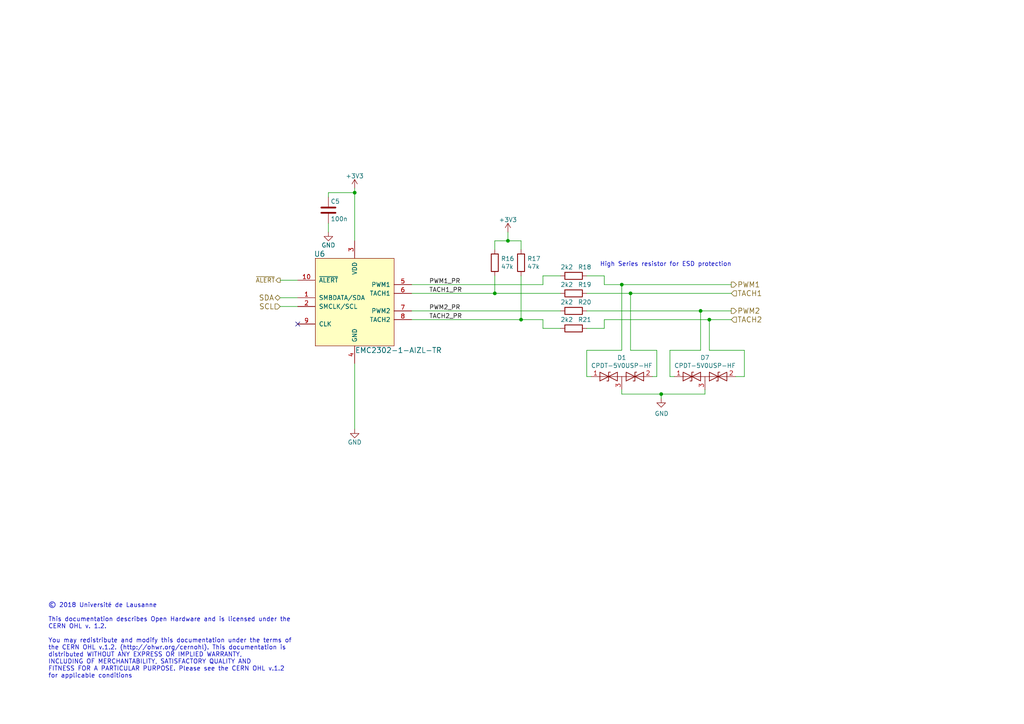
<source format=kicad_sch>
(kicad_sch (version 20231120) (generator "eeschema") (generator_version "8.0")
  (paper "A4")
  (title_block (title "4 Wire PC FAN Controller") (date "06/11/2018") (rev "B") (company "Université de Lausanne") (comment 1 "Author: Alexandre Tuleu") (comment 2 "Licensed under the CERN OHL v1.2"))
  (lib_symbols
    (symbol "Device:C" (pin_numbers hide) (pin_names (offset 0.254))
      (property "Reference" "C" (at 0.635 2.54 0))
      (property "Value" "C" (at 0.635 -2.54 0))
      (symbol "C_0_1"
        (polyline (pts (xy -2.032 -0.762) (xy 2.032 -0.762)) (stroke (width 0.508)))
        (polyline (pts (xy -2.032 0.762) (xy 2.032 0.762)) (stroke (width 0.508)))
      )
      (symbol "C_1_1"
        (pin passive line (at 0 3.81 270) (length 2.794) (name "~") (number "1"))
        (pin passive line (at 0 -3.81 90) (length 2.794) (name "~") (number "2"))
      )
    )
    (symbol "Device:R" (pin_numbers hide) (pin_names (offset 0))
      (property "Reference" "R" (at 2.032 0 90))
      (property "Value" "R" (at 0 0 90))
      (symbol "R_0_1"
        (rectangle (start -1.016 -2.54) (end 1.016 2.54) (stroke (width 0.254)))
      )
      (symbol "R_1_1"
        (pin passive line (at 0 3.81 270) (length 1.27) (name "~") (number "1"))
        (pin passive line (at 0 -3.81 90) (length 1.27) (name "~") (number "2"))
      )
    )
    (symbol "celaeno-rescue:+3.3V-power" (power) (pin_names (offset 0))
      (property "Value" "power_+3.3V" (at 0 3.556 0))
      (symbol "+3.3V-power_0_1"
        (polyline (pts (xy -0.762 1.27) (xy 0 2.54)))
        (polyline (pts (xy 0 0) (xy 0 2.54)))
        (polyline (pts (xy 0 2.54) (xy 0.762 1.27)))
      )
      (symbol "+3.3V-power_1_1"
        (pin power_in line (at 0 0 90) (length 0) hide (name "+3V3") (number "1"))
      )
    )
    (symbol "celaeno-rescue:D_TVS_x2_AAC-Device" (pin_names (offset 1.016) hide)
      (property "Reference" "D" (at 0 4.445 0))
      (property "Value" "Device_D_TVS_x2_AAC" (at 0 2.54 0))
      (symbol "D_TVS_x2_AAC-Device_0_0"
        (polyline (pts (xy 0 -1.27) (xy 0 0)))
      )
      (symbol "D_TVS_x2_AAC-Device_0_1"
        (polyline (pts (xy -6.35 0) (xy 6.35 0)))
        (polyline (pts (xy -3.302 1.27) (xy -3.81 1.27) (xy -3.81 -1.27) (xy -4.318 -1.27)) (stroke (width 0.2032)))
        (polyline (pts (xy 4.318 1.27) (xy 3.81 1.27) (xy 3.81 -1.27) (xy 3.302 -1.27)) (stroke (width 0.2032)))
        (polyline (pts (xy -6.35 -1.27) (xy -1.27 1.27) (xy -1.27 -1.27) (xy -6.35 1.27) (xy -6.35 -1.27)) (stroke (width 0.2032)))
        (polyline (pts (xy 1.27 -1.27) (xy 1.27 1.27) (xy 6.35 -1.27) (xy 6.35 1.27) (xy 1.27 -1.27)) (stroke (width 0.2032)))
      )
      (symbol "D_TVS_x2_AAC-Device_1_1"
        (pin passive line (at -8.89 0 0) (length 2.54) (name "A1") (number "1"))
        (pin passive line (at 8.89 0 180) (length 2.54) (name "A2") (number "2"))
        (pin input line (at 0 -3.81 90) (length 2.54) (name "common") (number "3"))
      )
    )
    (symbol "celaeno-rescue:GND-power" (power) (pin_names (offset 0))
      (property "Value" "power_GND" (at 0 -3.81 0))
      (symbol "GND-power_0_1"
        (polyline (pts (xy 0 0) (xy 0 -1.27) (xy 1.27 -1.27) (xy 0 -2.54) (xy -1.27 -1.27) (xy 0 -1.27)))
      )
      (symbol "GND-power_1_1"
        (pin power_in line (at 0 0 270) (length 0) hide (name "GND") (number "1"))
      )
    )
    (symbol "fort:EMC2302-1-AIZL-TR" (pin_names (offset 1.016))
      (property "Reference" "U" (at -10.16 13.97 0))
      (property "Value" "EMC2302-1-AIZL-TR" (at 12.7 -13.97 0))
      (symbol "EMC2302-1-AIZL-TR_0_1"
        (rectangle (start -11.43 12.7) (end 11.43 -12.7) (fill (type background)))
      )
      (symbol "EMC2302-1-AIZL-TR_1_1"
        (pin bidirectional line (at -16.51 1.27 0) (length 5.08) (name "SMBDATA/SDA") (number "1"))
        (pin bidirectional line (at -16.51 6.35 0) (length 5.08) (name "~{ALERT}") (number "10"))
        (pin input line (at -16.51 -1.27 0) (length 5.08) (name "SMCLK/SCL") (number "2"))
        (pin power_in line (at 0 17.78 270) (length 5.08) (name "VDD") (number "3"))
        (pin power_in line (at 0 -17.78 90) (length 5.08) (name "GND") (number "4"))
        (pin open_collector line (at 16.51 5.08 180) (length 5.08) (name "PWM1") (number "5"))
        (pin open_collector line (at 16.51 2.54 180) (length 5.08) (name "TACH1") (number "6"))
        (pin open_collector line (at 16.51 -2.54 180) (length 5.08) (name "PWM2") (number "7"))
        (pin open_collector line (at 16.51 -5.08 180) (length 5.08) (name "TACH2") (number "8"))
        (pin bidirectional line (at -16.51 -6.35 0) (length 5.08) (name "CLK") (number "9"))
      )
    )
  )
  (junction (at 203.2 90.17))
  (junction (at 180.34 82.55))
  (junction (at 182.88 85.09))
  (junction (at 151.13 92.71))
  (junction (at 143.51 85.09))
  (junction (at 205.74 92.71))
  (junction (at 102.87 55.88))
  (junction (at 147.32 69.85))
  (junction (at 191.77 114.3))
  (no_connect (at 86.36 93.98))
  (wire (pts (xy 171.45 109.22) (xy 170.18 109.22)))
  (wire (pts (xy 180.34 82.55) (xy 212.09 82.55)))
  (wire (pts (xy 102.87 55.88) (xy 102.87 69.85)))
  (wire (pts (xy 190.5 109.22) (xy 190.5 101.6)))
  (wire (pts (xy 182.88 101.6) (xy 182.88 85.09)))
  (wire (pts (xy 119.38 82.55) (xy 157.48 82.55)))
  (wire (pts (xy 170.18 101.6) (xy 180.34 101.6)))
  (wire (pts (xy 195.58 109.22) (xy 194.31 109.22)))
  (wire (pts (xy 157.48 95.25) (xy 157.48 92.71)))
  (wire (pts (xy 190.5 101.6) (xy 182.88 101.6)))
  (wire (pts (xy 215.9 101.6) (xy 205.74 101.6)))
  (wire (pts (xy 119.38 90.17) (xy 162.56 90.17)))
  (wire (pts (xy 143.51 80.01) (xy 143.51 85.09)))
  (wire (pts (xy 175.26 92.71) (xy 175.26 95.25)))
  (wire (pts (xy 151.13 80.01) (xy 151.13 92.71)))
  (wire (pts (xy 205.74 92.71) (xy 175.26 92.71)))
  (wire (pts (xy 95.25 55.88) (xy 102.87 55.88)))
  (wire (pts (xy 81.28 86.36) (xy 86.36 86.36)))
  (wire (pts (xy 191.77 114.3) (xy 180.34 114.3)))
  (wire (pts (xy 143.51 72.39) (xy 143.51 69.85)))
  (wire (pts (xy 204.47 114.3) (xy 204.47 113.03)))
  (wire (pts (xy 81.28 88.9) (xy 86.36 88.9)))
  (wire (pts (xy 191.77 114.3) (xy 204.47 114.3)))
  (wire (pts (xy 162.56 95.25) (xy 157.48 95.25)))
  (wire (pts (xy 170.18 80.01) (xy 175.26 80.01)))
  (wire (pts (xy 147.32 67.31) (xy 147.32 69.85)))
  (wire (pts (xy 189.23 109.22) (xy 190.5 109.22)))
  (wire (pts (xy 215.9 109.22) (xy 215.9 101.6)))
  (wire (pts (xy 143.51 69.85) (xy 147.32 69.85)))
  (wire (pts (xy 102.87 54.61) (xy 102.87 55.88)))
  (wire (pts (xy 180.34 114.3) (xy 180.34 113.03)))
  (wire (pts (xy 119.38 85.09) (xy 143.51 85.09)))
  (wire (pts (xy 143.51 85.09) (xy 162.56 85.09)))
  (wire (pts (xy 194.31 101.6) (xy 203.2 101.6)))
  (wire (pts (xy 151.13 72.39) (xy 151.13 69.85)))
  (wire (pts (xy 175.26 95.25) (xy 170.18 95.25)))
  (wire (pts (xy 170.18 109.22) (xy 170.18 101.6)))
  (wire (pts (xy 95.25 57.15) (xy 95.25 55.88)))
  (wire (pts (xy 194.31 109.22) (xy 194.31 101.6)))
  (wire (pts (xy 157.48 92.71) (xy 151.13 92.71)))
  (wire (pts (xy 157.48 82.55) (xy 157.48 80.01)))
  (wire (pts (xy 213.36 109.22) (xy 215.9 109.22)))
  (wire (pts (xy 182.88 85.09) (xy 212.09 85.09)))
  (wire (pts (xy 175.26 80.01) (xy 175.26 82.55)))
  (wire (pts (xy 205.74 92.71) (xy 212.09 92.71)))
  (wire (pts (xy 205.74 101.6) (xy 205.74 92.71)))
  (wire (pts (xy 102.87 105.41) (xy 102.87 124.46)))
  (wire (pts (xy 157.48 80.01) (xy 162.56 80.01)))
  (wire (pts (xy 175.26 82.55) (xy 180.34 82.55)))
  (wire (pts (xy 81.28 81.28) (xy 86.36 81.28)))
  (wire (pts (xy 95.25 67.31) (xy 95.25 64.77)))
  (wire (pts (xy 147.32 69.85) (xy 151.13 69.85)))
  (wire (pts (xy 191.77 115.57) (xy 191.77 114.3)))
  (wire (pts (xy 180.34 101.6) (xy 180.34 82.55)))
  (wire (pts (xy 170.18 85.09) (xy 182.88 85.09)))
  (wire (pts (xy 170.18 90.17) (xy 203.2 90.17)))
  (wire (pts (xy 203.2 90.17) (xy 212.09 90.17)))
  (wire (pts (xy 203.2 101.6) (xy 203.2 90.17)))
  (wire (pts (xy 151.13 92.71) (xy 119.38 92.71)))
  (text "© 2018 Université de Lausanne\n\nThis documentation describes Open Hardware and is licensed under the\nCERN OHL v. 1.2.\n\nYou may redistribute and modify this documentation under the terms of\nthe CERN OHL v.1.2. (http://ohwr.org/cernohl). This documentation is\ndistributed WITHOUT ANY EXPRESS OR IMPLIED WARRANTY,\nINCLUDING OF MERCHANTABILITY, SATISFACTORY QUALITY AND\nFITNESS FOR A PARTICULAR PURPOSE. Please see the CERN OHL v.1.2\nfor applicable conditions" (at 13.97 196.85 0) (effects (font (size 1.27 1.27)) (justify left bottom)))
  (text "High Series resistor for ESD protection" (at 173.99 77.47 0) (effects (font (size 1.27 1.27)) (justify left bottom)))
  (label "TACH2_PR" (at 124.46 92.71 0))
  (label "TACH1_PR" (at 124.46 85.09 0))
  (label "PWM2_PR" (at 124.46 90.17 0))
  (label "PWM1_PR" (at 124.46 82.55 0))
  (hierarchical_label "SCL" (shape input) (at 81.28 88.9 180) (effects (font (size 1.524 1.524))))
  (hierarchical_label "~{ALERT}" (shape output) (at 81.28 81.28 180))
  (hierarchical_label "PWM1" (shape output) (at 212.09 82.55 0) (effects (font (size 1.524 1.524))))
  (hierarchical_label "PWM2" (shape output) (at 212.09 90.17 0) (effects (font (size 1.524 1.524))))
  (hierarchical_label "SDA" (shape bidirectional) (at 81.28 86.36 180) (effects (font (size 1.524 1.524))))
  (hierarchical_label "TACH2" (shape input) (at 212.09 92.71 0) (effects (font (size 1.524 1.524))))
  (hierarchical_label "TACH1" (shape input) (at 212.09 85.09 0) (effects (font (size 1.524 1.524))))
  (symbol (lib_id "fort:EMC2302-1-AIZL-TR") (at 102.87 87.63 0) (unit 1)
    (property "Reference" "U6" (at 92.71 73.66 0) (effects (font (size 1.524 1.524))))
    (property "Value" "EMC2302-1-AIZL-TR" (at 115.57 101.6 0) (effects (font (size 1.524 1.524))))
    (property "Footprint" "Package_SO:MSOP-10_3x3mm_P0.5mm" (effects (hide yes)))
    (property "Description" "EMC2302-1-AIZL-TR" (effects (hide yes)))
  )
  (symbol (lib_id "celaeno-rescue:+3.3V-power") (at 102.87 54.61 0) (unit 1)
    (property "Reference" "#PWR010" (effects (hide yes)))
    (property "Value" "+3V3" (at 102.87 51.054 0))
  )
  (symbol (lib_id "Device:C") (at 95.25 60.96 0) (unit 1)
    (property "Reference" "C5" (at 95.885 58.42 0) (effects (justify left)))
    (property "Value" "100n" (at 95.885 63.5 0) (effects (justify left)))
    (property "Footprint" "Capacitor_SMD:C_0603_1608Metric" (effects (hide yes)))
    (property "Description" "GPC0603104" (effects (hide yes)))
    (property "MPN" "GPC0603104" (effects (hide yes)))
  )
  (symbol (lib_id "celaeno-rescue:GND-power") (at 95.25 67.31 0) (unit 1)
    (property "Reference" "#PWR012" (effects (hide yes)))
    (property "Value" "GND" (at 95.25 71.12 0))
  )
  (symbol (lib_id "celaeno-rescue:GND-power") (at 102.87 124.46 0) (unit 1)
    (property "Reference" "#PWR014" (effects (hide yes)))
    (property "Value" "GND" (at 102.87 128.27 0))
  )
  (symbol (lib_id "celaeno-rescue:+3.3V-power") (at 147.32 67.31 0) (unit 1)
    (property "Reference" "#PWR013" (effects (hide yes)))
    (property "Value" "+3V3" (at 147.32 63.754 0))
  )
  (symbol (lib_id "Device:R") (at 143.51 76.2 0) (unit 1)
    (property "Reference" "R16" (at 145.288 75.0316 0) (effects (justify left)))
    (property "Value" "47k" (at 145.288 77.343 0) (effects (justify left)))
    (property "Footprint" "Resistor_SMD:R_0603_1608Metric" (effects (hide yes)))
    (property "Description" "GPR060347K0" (effects (hide yes)))
  )
  (symbol (lib_id "Device:R") (at 151.13 76.2 0) (unit 1)
    (property "Reference" "R17" (at 152.908 75.0316 0) (effects (justify left)))
    (property "Value" "47k" (at 152.908 77.343 0) (effects (justify left)))
    (property "Footprint" "Resistor_SMD:R_0603_1608Metric" (effects (hide yes)))
    (property "Description" "GPR060347K0" (effects (hide yes)))
  )
  (symbol (lib_id "Device:R") (at 166.37 80.01 270) (unit 1)
    (property "Reference" "R18" (at 167.64 77.47 90) (effects (justify left)))
    (property "Value" "2k2" (at 162.56 77.47 90) (effects (justify left)))
    (property "Footprint" "Resistor_SMD:R_0603_1608Metric" (effects (hide yes)))
    (property "Description" "GPR06032K2" (effects (hide yes)))
  )
  (symbol (lib_id "celaeno-rescue:D_TVS_x2_AAC-Device") (at 180.34 109.22 0) (unit 1)
    (property "Reference" "D1" (at 180.34 103.7336 0))
    (property "Value" "CPDT-5V0USP-HF" (at 180.34 106.045 0))
    (property "Footprint" "Package_TO_SOT_SMD:SOT-23" (effects (hide yes)))
    (property "Description" "CPDT-5V0USP-HF" (effects (hide yes)))
  )
  (symbol (lib_id "celaeno-rescue:D_TVS_x2_AAC-Device") (at 204.47 109.22 0) (unit 1)
    (property "Reference" "D7" (at 204.47 103.7336 0))
    (property "Value" "CPDT-5V0USP-HF" (at 204.47 106.045 0))
    (property "Footprint" "Package_TO_SOT_SMD:SOT-23" (effects (hide yes)))
    (property "Description" "CPDT-5V0USP-HF" (effects (hide yes)))
  )
  (symbol (lib_id "celaeno-rescue:GND-power") (at 191.77 115.57 0) (unit 1)
    (property "Reference" "#PWR0111" (effects (hide yes)))
    (property "Value" "GND" (at 191.897 119.9642 0))
  )
  (symbol (lib_id "Device:R") (at 166.37 85.09 270) (unit 1)
    (property "Reference" "R19" (at 167.64 82.55 90) (effects (justify left)))
    (property "Value" "2k2" (at 162.56 82.55 90) (effects (justify left)))
    (property "Footprint" "Resistor_SMD:R_0603_1608Metric" (effects (hide yes)))
    (property "Description" "GPR06032K2" (effects (hide yes)))
  )
  (symbol (lib_id "Device:R") (at 166.37 90.17 270) (unit 1)
    (property "Reference" "R20" (at 167.64 87.63 90) (effects (justify left)))
    (property "Value" "2k2" (at 162.56 87.63 90) (effects (justify left)))
    (property "Footprint" "Resistor_SMD:R_0603_1608Metric" (effects (hide yes)))
    (property "Description" "GPR06032K2" (effects (hide yes)))
  )
  (symbol (lib_id "Device:R") (at 166.37 95.25 270) (unit 1)
    (property "Reference" "R21" (at 167.64 92.71 90) (effects (justify left)))
    (property "Value" "2k2" (at 162.56 92.71 90) (effects (justify left)))
    (property "Footprint" "Resistor_SMD:R_0603_1608Metric" (effects (hide yes)))
    (property "Description" "GPR06032K2" (effects (hide yes)))
  )
)
</source>
